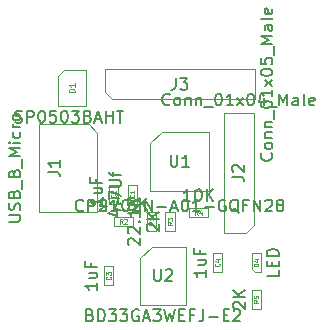
<source format=gbr>
G04 #@! TF.GenerationSoftware,KiCad,Pcbnew,(5.1.5)-2*
G04 #@! TF.CreationDate,2020-10-25T17:26:42-05:00*
G04 #@! TF.ProjectId,usbSerial,75736253-6572-4696-916c-2e6b69636164,rev?*
G04 #@! TF.SameCoordinates,Original*
G04 #@! TF.FileFunction,Other,Fab,Top*
%FSLAX46Y46*%
G04 Gerber Fmt 4.6, Leading zero omitted, Abs format (unit mm)*
G04 Created by KiCad (PCBNEW (5.1.5)-2) date 2020-10-25 17:26:42*
%MOMM*%
%LPD*%
G04 APERTURE LIST*
%ADD10C,0.100000*%
%ADD11C,0.120000*%
%ADD12C,0.150000*%
%ADD13C,0.060000*%
%ADD14C,0.075000*%
G04 APERTURE END LIST*
D10*
X60300000Y-74600000D02*
X60300000Y-73000000D01*
X61100000Y-74600000D02*
X60300000Y-74600000D01*
X61100000Y-73000000D02*
X61100000Y-74600000D01*
X60300000Y-73000000D02*
X61100000Y-73000000D01*
X57100000Y-72300000D02*
X57100000Y-70700000D01*
X57900000Y-72300000D02*
X57100000Y-72300000D01*
X57900000Y-70700000D02*
X57900000Y-72300000D01*
X57100000Y-70700000D02*
X57900000Y-70700000D01*
X58700000Y-70700000D02*
X59500000Y-70700000D01*
X59500000Y-70700000D02*
X59500000Y-72300000D01*
X59500000Y-72300000D02*
X58700000Y-72300000D01*
X58700000Y-72300000D02*
X58700000Y-70700000D01*
X56700000Y-77600000D02*
X57500000Y-77600000D01*
X57500000Y-77600000D02*
X57500000Y-79200000D01*
X57500000Y-79200000D02*
X56700000Y-79200000D01*
X56700000Y-79200000D02*
X56700000Y-77600000D01*
X65900000Y-78100000D02*
X65900000Y-76500000D01*
X66700000Y-78100000D02*
X65900000Y-78100000D01*
X66700000Y-76500000D02*
X66700000Y-78100000D01*
X65900000Y-76500000D02*
X66700000Y-76500000D01*
X69200000Y-76500000D02*
X69200000Y-77800000D01*
X69200000Y-77800000D02*
X69500000Y-78100000D01*
X69500000Y-78100000D02*
X70000000Y-78100000D01*
X70000000Y-78100000D02*
X70000000Y-76500000D01*
X70000000Y-76500000D02*
X69200000Y-76500000D01*
X68735000Y-74750000D02*
X66830000Y-74750000D01*
X66830000Y-74750000D02*
X66830000Y-64590000D01*
X66830000Y-64590000D02*
X69370000Y-64590000D01*
X69370000Y-64590000D02*
X69370000Y-74115000D01*
X69370000Y-74115000D02*
X68735000Y-74750000D01*
X56750000Y-62835000D02*
X56750000Y-60930000D01*
X56750000Y-60930000D02*
X69450000Y-60930000D01*
X69450000Y-60930000D02*
X69450000Y-63470000D01*
X69450000Y-63470000D02*
X57385000Y-63470000D01*
X57385000Y-63470000D02*
X56750000Y-62835000D01*
X59150000Y-73400000D02*
X59150000Y-74200000D01*
X59150000Y-74200000D02*
X57550000Y-74200000D01*
X57550000Y-74200000D02*
X57550000Y-73400000D01*
X57550000Y-73400000D02*
X59150000Y-73400000D01*
X61900000Y-73000000D02*
X62700000Y-73000000D01*
X62700000Y-73000000D02*
X62700000Y-74600000D01*
X62700000Y-74600000D02*
X61900000Y-74600000D01*
X61900000Y-74600000D02*
X61900000Y-73000000D01*
X63900000Y-72650000D02*
X65500000Y-72650000D01*
X63900000Y-73450000D02*
X63900000Y-72650000D01*
X65500000Y-73450000D02*
X63900000Y-73450000D01*
X65500000Y-72650000D02*
X65500000Y-73450000D01*
X69200000Y-79600000D02*
X70000000Y-79600000D01*
X70000000Y-79600000D02*
X70000000Y-81200000D01*
X70000000Y-81200000D02*
X69200000Y-81200000D01*
X69200000Y-81200000D02*
X69200000Y-79600000D01*
X61600000Y-66200000D02*
X65600000Y-66200000D01*
X65600000Y-66200000D02*
X65600000Y-71200000D01*
X65600000Y-71200000D02*
X60600000Y-71200000D01*
X60600000Y-71200000D02*
X60600000Y-67200000D01*
X60600000Y-67200000D02*
X61600000Y-66200000D01*
X60725000Y-75950000D02*
X63650000Y-75950000D01*
X63650000Y-75950000D02*
X63650000Y-80850000D01*
X63650000Y-80850000D02*
X59750000Y-80850000D01*
X59750000Y-80850000D02*
X59750000Y-76925000D01*
X59750000Y-76925000D02*
X60725000Y-75950000D01*
X52800000Y-61500000D02*
X53300000Y-61000000D01*
X53300000Y-61000000D02*
X55200000Y-61000000D01*
X52800000Y-64000000D02*
X52800000Y-61500000D01*
X55200000Y-64000000D02*
X52800000Y-64000000D01*
X55200000Y-61000000D02*
X55200000Y-64000000D01*
D11*
X55395000Y-65545000D02*
X56145000Y-66345000D01*
X51195000Y-73045000D02*
X51195000Y-65545000D01*
X56145000Y-73045000D02*
X51195000Y-73045000D01*
X56145000Y-66345000D02*
X56145000Y-73045000D01*
X51195000Y-65545000D02*
X55395000Y-65545000D01*
D12*
X58817619Y-75776190D02*
X58770000Y-75728571D01*
X58722380Y-75633333D01*
X58722380Y-75395238D01*
X58770000Y-75300000D01*
X58817619Y-75252380D01*
X58912857Y-75204761D01*
X59008095Y-75204761D01*
X59150952Y-75252380D01*
X59722380Y-75823809D01*
X59722380Y-75204761D01*
X58817619Y-74823809D02*
X58770000Y-74776190D01*
X58722380Y-74680952D01*
X58722380Y-74442857D01*
X58770000Y-74347619D01*
X58817619Y-74300000D01*
X58912857Y-74252380D01*
X59008095Y-74252380D01*
X59150952Y-74300000D01*
X59722380Y-74871428D01*
X59722380Y-74252380D01*
X59627142Y-73823809D02*
X59674761Y-73776190D01*
X59722380Y-73823809D01*
X59674761Y-73871428D01*
X59627142Y-73823809D01*
X59722380Y-73823809D01*
X59722380Y-72823809D02*
X59722380Y-73395238D01*
X59722380Y-73109523D02*
X58722380Y-73109523D01*
X58865238Y-73204761D01*
X58960476Y-73300000D01*
X59008095Y-73395238D01*
X59722380Y-72395238D02*
X58722380Y-72395238D01*
X59722380Y-71823809D02*
X59150952Y-72252380D01*
X58722380Y-71823809D02*
X59293809Y-72395238D01*
D13*
X60880952Y-73866666D02*
X60690476Y-74000000D01*
X60880952Y-74095238D02*
X60480952Y-74095238D01*
X60480952Y-73942857D01*
X60500000Y-73904761D01*
X60519047Y-73885714D01*
X60557142Y-73866666D01*
X60614285Y-73866666D01*
X60652380Y-73885714D01*
X60671428Y-73904761D01*
X60690476Y-73942857D01*
X60690476Y-74095238D01*
X60880952Y-73485714D02*
X60880952Y-73714285D01*
X60880952Y-73600000D02*
X60480952Y-73600000D01*
X60538095Y-73638095D01*
X60576190Y-73676190D01*
X60595238Y-73714285D01*
D12*
X56427142Y-72857142D02*
X56474761Y-72809523D01*
X56522380Y-72857142D01*
X56474761Y-72904761D01*
X56427142Y-72857142D01*
X56522380Y-72857142D01*
X56522380Y-71857142D02*
X56522380Y-72428571D01*
X56522380Y-72142857D02*
X55522380Y-72142857D01*
X55665238Y-72238095D01*
X55760476Y-72333333D01*
X55808095Y-72428571D01*
X55855714Y-71000000D02*
X56522380Y-71000000D01*
X55855714Y-71428571D02*
X56379523Y-71428571D01*
X56474761Y-71380952D01*
X56522380Y-71285714D01*
X56522380Y-71142857D01*
X56474761Y-71047619D01*
X56427142Y-71000000D01*
X55998571Y-70190476D02*
X55998571Y-70523809D01*
X56522380Y-70523809D02*
X55522380Y-70523809D01*
X55522380Y-70047619D01*
D13*
X57642857Y-71566666D02*
X57661904Y-71585714D01*
X57680952Y-71642857D01*
X57680952Y-71680952D01*
X57661904Y-71738095D01*
X57623809Y-71776190D01*
X57585714Y-71795238D01*
X57509523Y-71814285D01*
X57452380Y-71814285D01*
X57376190Y-71795238D01*
X57338095Y-71776190D01*
X57300000Y-71738095D01*
X57280952Y-71680952D01*
X57280952Y-71642857D01*
X57300000Y-71585714D01*
X57319047Y-71566666D01*
X57319047Y-71414285D02*
X57300000Y-71395238D01*
X57280952Y-71357142D01*
X57280952Y-71261904D01*
X57300000Y-71223809D01*
X57319047Y-71204761D01*
X57357142Y-71185714D01*
X57395238Y-71185714D01*
X57452380Y-71204761D01*
X57680952Y-71433333D01*
X57680952Y-71185714D01*
D12*
X57455714Y-72833333D02*
X58122380Y-72833333D01*
X57074761Y-73071428D02*
X57789047Y-73309523D01*
X57789047Y-72690476D01*
X58027142Y-72309523D02*
X58074761Y-72261904D01*
X58122380Y-72309523D01*
X58074761Y-72357142D01*
X58027142Y-72309523D01*
X58122380Y-72309523D01*
X57122380Y-71928571D02*
X57122380Y-71261904D01*
X58122380Y-71690476D01*
X57122380Y-70880952D02*
X57931904Y-70880952D01*
X58027142Y-70833333D01*
X58074761Y-70785714D01*
X58122380Y-70690476D01*
X58122380Y-70500000D01*
X58074761Y-70404761D01*
X58027142Y-70357142D01*
X57931904Y-70309523D01*
X57122380Y-70309523D01*
X57455714Y-69976190D02*
X57455714Y-69595238D01*
X58122380Y-69833333D02*
X57265238Y-69833333D01*
X57170000Y-69785714D01*
X57122380Y-69690476D01*
X57122380Y-69595238D01*
D13*
X59242857Y-71566666D02*
X59261904Y-71585714D01*
X59280952Y-71642857D01*
X59280952Y-71680952D01*
X59261904Y-71738095D01*
X59223809Y-71776190D01*
X59185714Y-71795238D01*
X59109523Y-71814285D01*
X59052380Y-71814285D01*
X58976190Y-71795238D01*
X58938095Y-71776190D01*
X58900000Y-71738095D01*
X58880952Y-71680952D01*
X58880952Y-71642857D01*
X58900000Y-71585714D01*
X58919047Y-71566666D01*
X59280952Y-71185714D02*
X59280952Y-71414285D01*
X59280952Y-71300000D02*
X58880952Y-71300000D01*
X58938095Y-71338095D01*
X58976190Y-71376190D01*
X58995238Y-71414285D01*
D12*
X56122380Y-78995238D02*
X56122380Y-79566666D01*
X56122380Y-79280952D02*
X55122380Y-79280952D01*
X55265238Y-79376190D01*
X55360476Y-79471428D01*
X55408095Y-79566666D01*
X55455714Y-78138095D02*
X56122380Y-78138095D01*
X55455714Y-78566666D02*
X55979523Y-78566666D01*
X56074761Y-78519047D01*
X56122380Y-78423809D01*
X56122380Y-78280952D01*
X56074761Y-78185714D01*
X56027142Y-78138095D01*
X55598571Y-77328571D02*
X55598571Y-77661904D01*
X56122380Y-77661904D02*
X55122380Y-77661904D01*
X55122380Y-77185714D01*
D13*
X57242857Y-78466666D02*
X57261904Y-78485714D01*
X57280952Y-78542857D01*
X57280952Y-78580952D01*
X57261904Y-78638095D01*
X57223809Y-78676190D01*
X57185714Y-78695238D01*
X57109523Y-78714285D01*
X57052380Y-78714285D01*
X56976190Y-78695238D01*
X56938095Y-78676190D01*
X56900000Y-78638095D01*
X56880952Y-78580952D01*
X56880952Y-78542857D01*
X56900000Y-78485714D01*
X56919047Y-78466666D01*
X56880952Y-78333333D02*
X56880952Y-78085714D01*
X57033333Y-78219047D01*
X57033333Y-78161904D01*
X57052380Y-78123809D01*
X57071428Y-78104761D01*
X57109523Y-78085714D01*
X57204761Y-78085714D01*
X57242857Y-78104761D01*
X57261904Y-78123809D01*
X57280952Y-78161904D01*
X57280952Y-78276190D01*
X57261904Y-78314285D01*
X57242857Y-78333333D01*
D12*
X65322380Y-77895238D02*
X65322380Y-78466666D01*
X65322380Y-78180952D02*
X64322380Y-78180952D01*
X64465238Y-78276190D01*
X64560476Y-78371428D01*
X64608095Y-78466666D01*
X64655714Y-77038095D02*
X65322380Y-77038095D01*
X64655714Y-77466666D02*
X65179523Y-77466666D01*
X65274761Y-77419047D01*
X65322380Y-77323809D01*
X65322380Y-77180952D01*
X65274761Y-77085714D01*
X65227142Y-77038095D01*
X64798571Y-76228571D02*
X64798571Y-76561904D01*
X65322380Y-76561904D02*
X64322380Y-76561904D01*
X64322380Y-76085714D01*
D13*
X66442857Y-77366666D02*
X66461904Y-77385714D01*
X66480952Y-77442857D01*
X66480952Y-77480952D01*
X66461904Y-77538095D01*
X66423809Y-77576190D01*
X66385714Y-77595238D01*
X66309523Y-77614285D01*
X66252380Y-77614285D01*
X66176190Y-77595238D01*
X66138095Y-77576190D01*
X66100000Y-77538095D01*
X66080952Y-77480952D01*
X66080952Y-77442857D01*
X66100000Y-77385714D01*
X66119047Y-77366666D01*
X66214285Y-77023809D02*
X66480952Y-77023809D01*
X66061904Y-77119047D02*
X66347619Y-77214285D01*
X66347619Y-76966666D01*
D12*
X71482380Y-77942857D02*
X71482380Y-78419047D01*
X70482380Y-78419047D01*
X70958571Y-77609523D02*
X70958571Y-77276190D01*
X71482380Y-77133333D02*
X71482380Y-77609523D01*
X70482380Y-77609523D01*
X70482380Y-77133333D01*
X71482380Y-76704761D02*
X70482380Y-76704761D01*
X70482380Y-76466666D01*
X70530000Y-76323809D01*
X70625238Y-76228571D01*
X70720476Y-76180952D01*
X70910952Y-76133333D01*
X71053809Y-76133333D01*
X71244285Y-76180952D01*
X71339523Y-76228571D01*
X71434761Y-76323809D01*
X71482380Y-76466666D01*
X71482380Y-76704761D01*
D13*
X69780952Y-77595238D02*
X69380952Y-77595238D01*
X69380952Y-77500000D01*
X69400000Y-77442857D01*
X69438095Y-77404761D01*
X69476190Y-77385714D01*
X69552380Y-77366666D01*
X69609523Y-77366666D01*
X69685714Y-77385714D01*
X69723809Y-77404761D01*
X69761904Y-77442857D01*
X69780952Y-77500000D01*
X69780952Y-77595238D01*
X69514285Y-77023809D02*
X69780952Y-77023809D01*
X69361904Y-77119047D02*
X69647619Y-77214285D01*
X69647619Y-76966666D01*
D12*
X62266666Y-63887142D02*
X62219047Y-63934761D01*
X62076190Y-63982380D01*
X61980952Y-63982380D01*
X61838095Y-63934761D01*
X61742857Y-63839523D01*
X61695238Y-63744285D01*
X61647619Y-63553809D01*
X61647619Y-63410952D01*
X61695238Y-63220476D01*
X61742857Y-63125238D01*
X61838095Y-63030000D01*
X61980952Y-62982380D01*
X62076190Y-62982380D01*
X62219047Y-63030000D01*
X62266666Y-63077619D01*
X62838095Y-63982380D02*
X62742857Y-63934761D01*
X62695238Y-63887142D01*
X62647619Y-63791904D01*
X62647619Y-63506190D01*
X62695238Y-63410952D01*
X62742857Y-63363333D01*
X62838095Y-63315714D01*
X62980952Y-63315714D01*
X63076190Y-63363333D01*
X63123809Y-63410952D01*
X63171428Y-63506190D01*
X63171428Y-63791904D01*
X63123809Y-63887142D01*
X63076190Y-63934761D01*
X62980952Y-63982380D01*
X62838095Y-63982380D01*
X63600000Y-63315714D02*
X63600000Y-63982380D01*
X63600000Y-63410952D02*
X63647619Y-63363333D01*
X63742857Y-63315714D01*
X63885714Y-63315714D01*
X63980952Y-63363333D01*
X64028571Y-63458571D01*
X64028571Y-63982380D01*
X64504761Y-63315714D02*
X64504761Y-63982380D01*
X64504761Y-63410952D02*
X64552380Y-63363333D01*
X64647619Y-63315714D01*
X64790476Y-63315714D01*
X64885714Y-63363333D01*
X64933333Y-63458571D01*
X64933333Y-63982380D01*
X65171428Y-64077619D02*
X65933333Y-64077619D01*
X66361904Y-62982380D02*
X66457142Y-62982380D01*
X66552380Y-63030000D01*
X66600000Y-63077619D01*
X66647619Y-63172857D01*
X66695238Y-63363333D01*
X66695238Y-63601428D01*
X66647619Y-63791904D01*
X66600000Y-63887142D01*
X66552380Y-63934761D01*
X66457142Y-63982380D01*
X66361904Y-63982380D01*
X66266666Y-63934761D01*
X66219047Y-63887142D01*
X66171428Y-63791904D01*
X66123809Y-63601428D01*
X66123809Y-63363333D01*
X66171428Y-63172857D01*
X66219047Y-63077619D01*
X66266666Y-63030000D01*
X66361904Y-62982380D01*
X67647619Y-63982380D02*
X67076190Y-63982380D01*
X67361904Y-63982380D02*
X67361904Y-62982380D01*
X67266666Y-63125238D01*
X67171428Y-63220476D01*
X67076190Y-63268095D01*
X67980952Y-63982380D02*
X68504761Y-63315714D01*
X67980952Y-63315714D02*
X68504761Y-63982380D01*
X69076190Y-62982380D02*
X69171428Y-62982380D01*
X69266666Y-63030000D01*
X69314285Y-63077619D01*
X69361904Y-63172857D01*
X69409523Y-63363333D01*
X69409523Y-63601428D01*
X69361904Y-63791904D01*
X69314285Y-63887142D01*
X69266666Y-63934761D01*
X69171428Y-63982380D01*
X69076190Y-63982380D01*
X68980952Y-63934761D01*
X68933333Y-63887142D01*
X68885714Y-63791904D01*
X68838095Y-63601428D01*
X68838095Y-63363333D01*
X68885714Y-63172857D01*
X68933333Y-63077619D01*
X68980952Y-63030000D01*
X69076190Y-62982380D01*
X70266666Y-63315714D02*
X70266666Y-63982380D01*
X70028571Y-62934761D02*
X69790476Y-63649047D01*
X70409523Y-63649047D01*
X70552380Y-64077619D02*
X71314285Y-64077619D01*
X71552380Y-63982380D02*
X71552380Y-62982380D01*
X71885714Y-63696666D01*
X72219047Y-62982380D01*
X72219047Y-63982380D01*
X73123809Y-63982380D02*
X73123809Y-63458571D01*
X73076190Y-63363333D01*
X72980952Y-63315714D01*
X72790476Y-63315714D01*
X72695238Y-63363333D01*
X73123809Y-63934761D02*
X73028571Y-63982380D01*
X72790476Y-63982380D01*
X72695238Y-63934761D01*
X72647619Y-63839523D01*
X72647619Y-63744285D01*
X72695238Y-63649047D01*
X72790476Y-63601428D01*
X73028571Y-63601428D01*
X73123809Y-63553809D01*
X73742857Y-63982380D02*
X73647619Y-63934761D01*
X73600000Y-63839523D01*
X73600000Y-62982380D01*
X74504761Y-63934761D02*
X74409523Y-63982380D01*
X74219047Y-63982380D01*
X74123809Y-63934761D01*
X74076190Y-63839523D01*
X74076190Y-63458571D01*
X74123809Y-63363333D01*
X74219047Y-63315714D01*
X74409523Y-63315714D01*
X74504761Y-63363333D01*
X74552380Y-63458571D01*
X74552380Y-63553809D01*
X74076190Y-63649047D01*
X67552380Y-70003333D02*
X68266666Y-70003333D01*
X68409523Y-70050952D01*
X68504761Y-70146190D01*
X68552380Y-70289047D01*
X68552380Y-70384285D01*
X67647619Y-69574761D02*
X67600000Y-69527142D01*
X67552380Y-69431904D01*
X67552380Y-69193809D01*
X67600000Y-69098571D01*
X67647619Y-69050952D01*
X67742857Y-69003333D01*
X67838095Y-69003333D01*
X67980952Y-69050952D01*
X68552380Y-69622380D01*
X68552380Y-69003333D01*
X70867142Y-68033333D02*
X70914761Y-68080952D01*
X70962380Y-68223809D01*
X70962380Y-68319047D01*
X70914761Y-68461904D01*
X70819523Y-68557142D01*
X70724285Y-68604761D01*
X70533809Y-68652380D01*
X70390952Y-68652380D01*
X70200476Y-68604761D01*
X70105238Y-68557142D01*
X70010000Y-68461904D01*
X69962380Y-68319047D01*
X69962380Y-68223809D01*
X70010000Y-68080952D01*
X70057619Y-68033333D01*
X70962380Y-67461904D02*
X70914761Y-67557142D01*
X70867142Y-67604761D01*
X70771904Y-67652380D01*
X70486190Y-67652380D01*
X70390952Y-67604761D01*
X70343333Y-67557142D01*
X70295714Y-67461904D01*
X70295714Y-67319047D01*
X70343333Y-67223809D01*
X70390952Y-67176190D01*
X70486190Y-67128571D01*
X70771904Y-67128571D01*
X70867142Y-67176190D01*
X70914761Y-67223809D01*
X70962380Y-67319047D01*
X70962380Y-67461904D01*
X70295714Y-66700000D02*
X70962380Y-66700000D01*
X70390952Y-66700000D02*
X70343333Y-66652380D01*
X70295714Y-66557142D01*
X70295714Y-66414285D01*
X70343333Y-66319047D01*
X70438571Y-66271428D01*
X70962380Y-66271428D01*
X70295714Y-65795238D02*
X70962380Y-65795238D01*
X70390952Y-65795238D02*
X70343333Y-65747619D01*
X70295714Y-65652380D01*
X70295714Y-65509523D01*
X70343333Y-65414285D01*
X70438571Y-65366666D01*
X70962380Y-65366666D01*
X71057619Y-65128571D02*
X71057619Y-64366666D01*
X69962380Y-63938095D02*
X69962380Y-63842857D01*
X70010000Y-63747619D01*
X70057619Y-63700000D01*
X70152857Y-63652380D01*
X70343333Y-63604761D01*
X70581428Y-63604761D01*
X70771904Y-63652380D01*
X70867142Y-63700000D01*
X70914761Y-63747619D01*
X70962380Y-63842857D01*
X70962380Y-63938095D01*
X70914761Y-64033333D01*
X70867142Y-64080952D01*
X70771904Y-64128571D01*
X70581428Y-64176190D01*
X70343333Y-64176190D01*
X70152857Y-64128571D01*
X70057619Y-64080952D01*
X70010000Y-64033333D01*
X69962380Y-63938095D01*
X70962380Y-62652380D02*
X70962380Y-63223809D01*
X70962380Y-62938095D02*
X69962380Y-62938095D01*
X70105238Y-63033333D01*
X70200476Y-63128571D01*
X70248095Y-63223809D01*
X70962380Y-62319047D02*
X70295714Y-61795238D01*
X70295714Y-62319047D02*
X70962380Y-61795238D01*
X69962380Y-61223809D02*
X69962380Y-61128571D01*
X70010000Y-61033333D01*
X70057619Y-60985714D01*
X70152857Y-60938095D01*
X70343333Y-60890476D01*
X70581428Y-60890476D01*
X70771904Y-60938095D01*
X70867142Y-60985714D01*
X70914761Y-61033333D01*
X70962380Y-61128571D01*
X70962380Y-61223809D01*
X70914761Y-61319047D01*
X70867142Y-61366666D01*
X70771904Y-61414285D01*
X70581428Y-61461904D01*
X70343333Y-61461904D01*
X70152857Y-61414285D01*
X70057619Y-61366666D01*
X70010000Y-61319047D01*
X69962380Y-61223809D01*
X69962380Y-59985714D02*
X69962380Y-60461904D01*
X70438571Y-60509523D01*
X70390952Y-60461904D01*
X70343333Y-60366666D01*
X70343333Y-60128571D01*
X70390952Y-60033333D01*
X70438571Y-59985714D01*
X70533809Y-59938095D01*
X70771904Y-59938095D01*
X70867142Y-59985714D01*
X70914761Y-60033333D01*
X70962380Y-60128571D01*
X70962380Y-60366666D01*
X70914761Y-60461904D01*
X70867142Y-60509523D01*
X71057619Y-59747619D02*
X71057619Y-58985714D01*
X70962380Y-58747619D02*
X69962380Y-58747619D01*
X70676666Y-58414285D01*
X69962380Y-58080952D01*
X70962380Y-58080952D01*
X70962380Y-57176190D02*
X70438571Y-57176190D01*
X70343333Y-57223809D01*
X70295714Y-57319047D01*
X70295714Y-57509523D01*
X70343333Y-57604761D01*
X70914761Y-57176190D02*
X70962380Y-57271428D01*
X70962380Y-57509523D01*
X70914761Y-57604761D01*
X70819523Y-57652380D01*
X70724285Y-57652380D01*
X70629047Y-57604761D01*
X70581428Y-57509523D01*
X70581428Y-57271428D01*
X70533809Y-57176190D01*
X70962380Y-56557142D02*
X70914761Y-56652380D01*
X70819523Y-56700000D01*
X69962380Y-56700000D01*
X70914761Y-55795238D02*
X70962380Y-55890476D01*
X70962380Y-56080952D01*
X70914761Y-56176190D01*
X70819523Y-56223809D01*
X70438571Y-56223809D01*
X70343333Y-56176190D01*
X70295714Y-56080952D01*
X70295714Y-55890476D01*
X70343333Y-55795238D01*
X70438571Y-55747619D01*
X70533809Y-55747619D01*
X70629047Y-56223809D01*
X62766666Y-61652380D02*
X62766666Y-62366666D01*
X62719047Y-62509523D01*
X62623809Y-62604761D01*
X62480952Y-62652380D01*
X62385714Y-62652380D01*
X63147619Y-61652380D02*
X63766666Y-61652380D01*
X63433333Y-62033333D01*
X63576190Y-62033333D01*
X63671428Y-62080952D01*
X63719047Y-62128571D01*
X63766666Y-62223809D01*
X63766666Y-62461904D01*
X63719047Y-62557142D01*
X63671428Y-62604761D01*
X63576190Y-62652380D01*
X63290476Y-62652380D01*
X63195238Y-62604761D01*
X63147619Y-62557142D01*
X56850000Y-72155714D02*
X56850000Y-72822380D01*
X56611904Y-71774761D02*
X56373809Y-72489047D01*
X56992857Y-72489047D01*
X57278571Y-71822380D02*
X57945238Y-71822380D01*
X57516666Y-72822380D01*
X58326190Y-72727142D02*
X58373809Y-72774761D01*
X58326190Y-72822380D01*
X58278571Y-72774761D01*
X58326190Y-72727142D01*
X58326190Y-72822380D01*
X59278571Y-71822380D02*
X58802380Y-71822380D01*
X58754761Y-72298571D01*
X58802380Y-72250952D01*
X58897619Y-72203333D01*
X59135714Y-72203333D01*
X59230952Y-72250952D01*
X59278571Y-72298571D01*
X59326190Y-72393809D01*
X59326190Y-72631904D01*
X59278571Y-72727142D01*
X59230952Y-72774761D01*
X59135714Y-72822380D01*
X58897619Y-72822380D01*
X58802380Y-72774761D01*
X58754761Y-72727142D01*
X59754761Y-72822380D02*
X59754761Y-71822380D01*
X60326190Y-72822380D02*
X59897619Y-72250952D01*
X60326190Y-71822380D02*
X59754761Y-72393809D01*
D13*
X58283333Y-73980952D02*
X58150000Y-73790476D01*
X58054761Y-73980952D02*
X58054761Y-73580952D01*
X58207142Y-73580952D01*
X58245238Y-73600000D01*
X58264285Y-73619047D01*
X58283333Y-73657142D01*
X58283333Y-73714285D01*
X58264285Y-73752380D01*
X58245238Y-73771428D01*
X58207142Y-73790476D01*
X58054761Y-73790476D01*
X58435714Y-73619047D02*
X58454761Y-73600000D01*
X58492857Y-73580952D01*
X58588095Y-73580952D01*
X58626190Y-73600000D01*
X58645238Y-73619047D01*
X58664285Y-73657142D01*
X58664285Y-73695238D01*
X58645238Y-73752380D01*
X58416666Y-73980952D01*
X58664285Y-73980952D01*
D12*
X60417619Y-74585714D02*
X60370000Y-74538095D01*
X60322380Y-74442857D01*
X60322380Y-74204761D01*
X60370000Y-74109523D01*
X60417619Y-74061904D01*
X60512857Y-74014285D01*
X60608095Y-74014285D01*
X60750952Y-74061904D01*
X61322380Y-74633333D01*
X61322380Y-74014285D01*
X61322380Y-73585714D02*
X60322380Y-73585714D01*
X61322380Y-73014285D02*
X60750952Y-73442857D01*
X60322380Y-73014285D02*
X60893809Y-73585714D01*
D13*
X62480952Y-73866666D02*
X62290476Y-74000000D01*
X62480952Y-74095238D02*
X62080952Y-74095238D01*
X62080952Y-73942857D01*
X62100000Y-73904761D01*
X62119047Y-73885714D01*
X62157142Y-73866666D01*
X62214285Y-73866666D01*
X62252380Y-73885714D01*
X62271428Y-73904761D01*
X62290476Y-73942857D01*
X62290476Y-74095238D01*
X62080952Y-73733333D02*
X62080952Y-73485714D01*
X62233333Y-73619047D01*
X62233333Y-73561904D01*
X62252380Y-73523809D01*
X62271428Y-73504761D01*
X62309523Y-73485714D01*
X62404761Y-73485714D01*
X62442857Y-73504761D01*
X62461904Y-73523809D01*
X62480952Y-73561904D01*
X62480952Y-73676190D01*
X62461904Y-73714285D01*
X62442857Y-73733333D01*
D12*
X64009523Y-72072380D02*
X63438095Y-72072380D01*
X63723809Y-72072380D02*
X63723809Y-71072380D01*
X63628571Y-71215238D01*
X63533333Y-71310476D01*
X63438095Y-71358095D01*
X64628571Y-71072380D02*
X64723809Y-71072380D01*
X64819047Y-71120000D01*
X64866666Y-71167619D01*
X64914285Y-71262857D01*
X64961904Y-71453333D01*
X64961904Y-71691428D01*
X64914285Y-71881904D01*
X64866666Y-71977142D01*
X64819047Y-72024761D01*
X64723809Y-72072380D01*
X64628571Y-72072380D01*
X64533333Y-72024761D01*
X64485714Y-71977142D01*
X64438095Y-71881904D01*
X64390476Y-71691428D01*
X64390476Y-71453333D01*
X64438095Y-71262857D01*
X64485714Y-71167619D01*
X64533333Y-71120000D01*
X64628571Y-71072380D01*
X65390476Y-72072380D02*
X65390476Y-71072380D01*
X65961904Y-72072380D02*
X65533333Y-71500952D01*
X65961904Y-71072380D02*
X65390476Y-71643809D01*
D13*
X64633333Y-73230952D02*
X64500000Y-73040476D01*
X64404761Y-73230952D02*
X64404761Y-72830952D01*
X64557142Y-72830952D01*
X64595238Y-72850000D01*
X64614285Y-72869047D01*
X64633333Y-72907142D01*
X64633333Y-72964285D01*
X64614285Y-73002380D01*
X64595238Y-73021428D01*
X64557142Y-73040476D01*
X64404761Y-73040476D01*
X64976190Y-72964285D02*
X64976190Y-73230952D01*
X64880952Y-72811904D02*
X64785714Y-73097619D01*
X65033333Y-73097619D01*
D12*
X67717619Y-81185714D02*
X67670000Y-81138095D01*
X67622380Y-81042857D01*
X67622380Y-80804761D01*
X67670000Y-80709523D01*
X67717619Y-80661904D01*
X67812857Y-80614285D01*
X67908095Y-80614285D01*
X68050952Y-80661904D01*
X68622380Y-81233333D01*
X68622380Y-80614285D01*
X68622380Y-80185714D02*
X67622380Y-80185714D01*
X68622380Y-79614285D02*
X68050952Y-80042857D01*
X67622380Y-79614285D02*
X68193809Y-80185714D01*
D13*
X69780952Y-80466666D02*
X69590476Y-80600000D01*
X69780952Y-80695238D02*
X69380952Y-80695238D01*
X69380952Y-80542857D01*
X69400000Y-80504761D01*
X69419047Y-80485714D01*
X69457142Y-80466666D01*
X69514285Y-80466666D01*
X69552380Y-80485714D01*
X69571428Y-80504761D01*
X69590476Y-80542857D01*
X69590476Y-80695238D01*
X69380952Y-80104761D02*
X69380952Y-80295238D01*
X69571428Y-80314285D01*
X69552380Y-80295238D01*
X69533333Y-80257142D01*
X69533333Y-80161904D01*
X69552380Y-80123809D01*
X69571428Y-80104761D01*
X69609523Y-80085714D01*
X69704761Y-80085714D01*
X69742857Y-80104761D01*
X69761904Y-80123809D01*
X69780952Y-80161904D01*
X69780952Y-80257142D01*
X69761904Y-80295238D01*
X69742857Y-80314285D01*
D12*
X54933333Y-72857142D02*
X54885714Y-72904761D01*
X54742857Y-72952380D01*
X54647619Y-72952380D01*
X54504761Y-72904761D01*
X54409523Y-72809523D01*
X54361904Y-72714285D01*
X54314285Y-72523809D01*
X54314285Y-72380952D01*
X54361904Y-72190476D01*
X54409523Y-72095238D01*
X54504761Y-72000000D01*
X54647619Y-71952380D01*
X54742857Y-71952380D01*
X54885714Y-72000000D01*
X54933333Y-72047619D01*
X55361904Y-72952380D02*
X55361904Y-71952380D01*
X55742857Y-71952380D01*
X55838095Y-72000000D01*
X55885714Y-72047619D01*
X55933333Y-72142857D01*
X55933333Y-72285714D01*
X55885714Y-72380952D01*
X55838095Y-72428571D01*
X55742857Y-72476190D01*
X55361904Y-72476190D01*
X56314285Y-72047619D02*
X56361904Y-72000000D01*
X56457142Y-71952380D01*
X56695238Y-71952380D01*
X56790476Y-72000000D01*
X56838095Y-72047619D01*
X56885714Y-72142857D01*
X56885714Y-72238095D01*
X56838095Y-72380952D01*
X56266666Y-72952380D01*
X56885714Y-72952380D01*
X57838095Y-72952380D02*
X57266666Y-72952380D01*
X57552380Y-72952380D02*
X57552380Y-71952380D01*
X57457142Y-72095238D01*
X57361904Y-72190476D01*
X57266666Y-72238095D01*
X58457142Y-71952380D02*
X58552380Y-71952380D01*
X58647619Y-72000000D01*
X58695238Y-72047619D01*
X58742857Y-72142857D01*
X58790476Y-72333333D01*
X58790476Y-72571428D01*
X58742857Y-72761904D01*
X58695238Y-72857142D01*
X58647619Y-72904761D01*
X58552380Y-72952380D01*
X58457142Y-72952380D01*
X58361904Y-72904761D01*
X58314285Y-72857142D01*
X58266666Y-72761904D01*
X58219047Y-72571428D01*
X58219047Y-72333333D01*
X58266666Y-72142857D01*
X58314285Y-72047619D01*
X58361904Y-72000000D01*
X58457142Y-71952380D01*
X59171428Y-72047619D02*
X59219047Y-72000000D01*
X59314285Y-71952380D01*
X59552380Y-71952380D01*
X59647619Y-72000000D01*
X59695238Y-72047619D01*
X59742857Y-72142857D01*
X59742857Y-72238095D01*
X59695238Y-72380952D01*
X59123809Y-72952380D01*
X59742857Y-72952380D01*
X60171428Y-72952380D02*
X60171428Y-71952380D01*
X60742857Y-72952380D01*
X60742857Y-71952380D01*
X61219047Y-72571428D02*
X61980952Y-72571428D01*
X62409523Y-72666666D02*
X62885714Y-72666666D01*
X62314285Y-72952380D02*
X62647619Y-71952380D01*
X62980952Y-72952380D01*
X63504761Y-71952380D02*
X63600000Y-71952380D01*
X63695238Y-72000000D01*
X63742857Y-72047619D01*
X63790476Y-72142857D01*
X63838095Y-72333333D01*
X63838095Y-72571428D01*
X63790476Y-72761904D01*
X63742857Y-72857142D01*
X63695238Y-72904761D01*
X63600000Y-72952380D01*
X63504761Y-72952380D01*
X63409523Y-72904761D01*
X63361904Y-72857142D01*
X63314285Y-72761904D01*
X63266666Y-72571428D01*
X63266666Y-72333333D01*
X63314285Y-72142857D01*
X63361904Y-72047619D01*
X63409523Y-72000000D01*
X63504761Y-71952380D01*
X64790476Y-72952380D02*
X64219047Y-72952380D01*
X64504761Y-72952380D02*
X64504761Y-71952380D01*
X64409523Y-72095238D01*
X64314285Y-72190476D01*
X64219047Y-72238095D01*
X65219047Y-72571428D02*
X65980952Y-72571428D01*
X66980952Y-72000000D02*
X66885714Y-71952380D01*
X66742857Y-71952380D01*
X66600000Y-72000000D01*
X66504761Y-72095238D01*
X66457142Y-72190476D01*
X66409523Y-72380952D01*
X66409523Y-72523809D01*
X66457142Y-72714285D01*
X66504761Y-72809523D01*
X66600000Y-72904761D01*
X66742857Y-72952380D01*
X66838095Y-72952380D01*
X66980952Y-72904761D01*
X67028571Y-72857142D01*
X67028571Y-72523809D01*
X66838095Y-72523809D01*
X68123809Y-73047619D02*
X68028571Y-73000000D01*
X67933333Y-72904761D01*
X67790476Y-72761904D01*
X67695238Y-72714285D01*
X67600000Y-72714285D01*
X67647619Y-72952380D02*
X67552380Y-72904761D01*
X67457142Y-72809523D01*
X67409523Y-72619047D01*
X67409523Y-72285714D01*
X67457142Y-72095238D01*
X67552380Y-72000000D01*
X67647619Y-71952380D01*
X67838095Y-71952380D01*
X67933333Y-72000000D01*
X68028571Y-72095238D01*
X68076190Y-72285714D01*
X68076190Y-72619047D01*
X68028571Y-72809523D01*
X67933333Y-72904761D01*
X67838095Y-72952380D01*
X67647619Y-72952380D01*
X68838095Y-72428571D02*
X68504761Y-72428571D01*
X68504761Y-72952380D02*
X68504761Y-71952380D01*
X68980952Y-71952380D01*
X69361904Y-72952380D02*
X69361904Y-71952380D01*
X69933333Y-72952380D01*
X69933333Y-71952380D01*
X70361904Y-72047619D02*
X70409523Y-72000000D01*
X70504761Y-71952380D01*
X70742857Y-71952380D01*
X70838095Y-72000000D01*
X70885714Y-72047619D01*
X70933333Y-72142857D01*
X70933333Y-72238095D01*
X70885714Y-72380952D01*
X70314285Y-72952380D01*
X70933333Y-72952380D01*
X71504761Y-72380952D02*
X71409523Y-72333333D01*
X71361904Y-72285714D01*
X71314285Y-72190476D01*
X71314285Y-72142857D01*
X71361904Y-72047619D01*
X71409523Y-72000000D01*
X71504761Y-71952380D01*
X71695238Y-71952380D01*
X71790476Y-72000000D01*
X71838095Y-72047619D01*
X71885714Y-72142857D01*
X71885714Y-72190476D01*
X71838095Y-72285714D01*
X71790476Y-72333333D01*
X71695238Y-72380952D01*
X71504761Y-72380952D01*
X71409523Y-72428571D01*
X71361904Y-72476190D01*
X71314285Y-72571428D01*
X71314285Y-72761904D01*
X71361904Y-72857142D01*
X71409523Y-72904761D01*
X71504761Y-72952380D01*
X71695238Y-72952380D01*
X71790476Y-72904761D01*
X71838095Y-72857142D01*
X71885714Y-72761904D01*
X71885714Y-72571428D01*
X71838095Y-72476190D01*
X71790476Y-72428571D01*
X71695238Y-72380952D01*
X62338095Y-68152380D02*
X62338095Y-68961904D01*
X62385714Y-69057142D01*
X62433333Y-69104761D01*
X62528571Y-69152380D01*
X62719047Y-69152380D01*
X62814285Y-69104761D01*
X62861904Y-69057142D01*
X62909523Y-68961904D01*
X62909523Y-68152380D01*
X63909523Y-69152380D02*
X63338095Y-69152380D01*
X63623809Y-69152380D02*
X63623809Y-68152380D01*
X63528571Y-68295238D01*
X63433333Y-68390476D01*
X63338095Y-68438095D01*
X55533333Y-81728571D02*
X55676190Y-81776190D01*
X55723809Y-81823809D01*
X55771428Y-81919047D01*
X55771428Y-82061904D01*
X55723809Y-82157142D01*
X55676190Y-82204761D01*
X55580952Y-82252380D01*
X55200000Y-82252380D01*
X55200000Y-81252380D01*
X55533333Y-81252380D01*
X55628571Y-81300000D01*
X55676190Y-81347619D01*
X55723809Y-81442857D01*
X55723809Y-81538095D01*
X55676190Y-81633333D01*
X55628571Y-81680952D01*
X55533333Y-81728571D01*
X55200000Y-81728571D01*
X56200000Y-82252380D02*
X56200000Y-81252380D01*
X56438095Y-81252380D01*
X56580952Y-81300000D01*
X56676190Y-81395238D01*
X56723809Y-81490476D01*
X56771428Y-81680952D01*
X56771428Y-81823809D01*
X56723809Y-82014285D01*
X56676190Y-82109523D01*
X56580952Y-82204761D01*
X56438095Y-82252380D01*
X56200000Y-82252380D01*
X57104761Y-81252380D02*
X57723809Y-81252380D01*
X57390476Y-81633333D01*
X57533333Y-81633333D01*
X57628571Y-81680952D01*
X57676190Y-81728571D01*
X57723809Y-81823809D01*
X57723809Y-82061904D01*
X57676190Y-82157142D01*
X57628571Y-82204761D01*
X57533333Y-82252380D01*
X57247619Y-82252380D01*
X57152380Y-82204761D01*
X57104761Y-82157142D01*
X58057142Y-81252380D02*
X58676190Y-81252380D01*
X58342857Y-81633333D01*
X58485714Y-81633333D01*
X58580952Y-81680952D01*
X58628571Y-81728571D01*
X58676190Y-81823809D01*
X58676190Y-82061904D01*
X58628571Y-82157142D01*
X58580952Y-82204761D01*
X58485714Y-82252380D01*
X58200000Y-82252380D01*
X58104761Y-82204761D01*
X58057142Y-82157142D01*
X59628571Y-81300000D02*
X59533333Y-81252380D01*
X59390476Y-81252380D01*
X59247619Y-81300000D01*
X59152380Y-81395238D01*
X59104761Y-81490476D01*
X59057142Y-81680952D01*
X59057142Y-81823809D01*
X59104761Y-82014285D01*
X59152380Y-82109523D01*
X59247619Y-82204761D01*
X59390476Y-82252380D01*
X59485714Y-82252380D01*
X59628571Y-82204761D01*
X59676190Y-82157142D01*
X59676190Y-81823809D01*
X59485714Y-81823809D01*
X60057142Y-81966666D02*
X60533333Y-81966666D01*
X59961904Y-82252380D02*
X60295238Y-81252380D01*
X60628571Y-82252380D01*
X60866666Y-81252380D02*
X61485714Y-81252380D01*
X61152380Y-81633333D01*
X61295238Y-81633333D01*
X61390476Y-81680952D01*
X61438095Y-81728571D01*
X61485714Y-81823809D01*
X61485714Y-82061904D01*
X61438095Y-82157142D01*
X61390476Y-82204761D01*
X61295238Y-82252380D01*
X61009523Y-82252380D01*
X60914285Y-82204761D01*
X60866666Y-82157142D01*
X61819047Y-81252380D02*
X62057142Y-82252380D01*
X62247619Y-81538095D01*
X62438095Y-82252380D01*
X62676190Y-81252380D01*
X63057142Y-81728571D02*
X63390476Y-81728571D01*
X63533333Y-82252380D02*
X63057142Y-82252380D01*
X63057142Y-81252380D01*
X63533333Y-81252380D01*
X64295238Y-81728571D02*
X63961904Y-81728571D01*
X63961904Y-82252380D02*
X63961904Y-81252380D01*
X64438095Y-81252380D01*
X65104761Y-81252380D02*
X65104761Y-81966666D01*
X65057142Y-82109523D01*
X64961904Y-82204761D01*
X64819047Y-82252380D01*
X64723809Y-82252380D01*
X65580952Y-81871428D02*
X66342857Y-81871428D01*
X66819047Y-81728571D02*
X67152380Y-81728571D01*
X67295238Y-82252380D02*
X66819047Y-82252380D01*
X66819047Y-81252380D01*
X67295238Y-81252380D01*
X67676190Y-81347619D02*
X67723809Y-81300000D01*
X67819047Y-81252380D01*
X68057142Y-81252380D01*
X68152380Y-81300000D01*
X68200000Y-81347619D01*
X68247619Y-81442857D01*
X68247619Y-81538095D01*
X68200000Y-81680952D01*
X67628571Y-82252380D01*
X68247619Y-82252380D01*
X60953333Y-77863333D02*
X60953333Y-78656666D01*
X61000000Y-78750000D01*
X61046666Y-78796666D01*
X61140000Y-78843333D01*
X61326666Y-78843333D01*
X61420000Y-78796666D01*
X61466666Y-78750000D01*
X61513333Y-78656666D01*
X61513333Y-77863333D01*
X61933333Y-77956666D02*
X61980000Y-77910000D01*
X62073333Y-77863333D01*
X62306666Y-77863333D01*
X62400000Y-77910000D01*
X62446666Y-77956666D01*
X62493333Y-78050000D01*
X62493333Y-78143333D01*
X62446666Y-78283333D01*
X61886666Y-78843333D01*
X62493333Y-78843333D01*
X49196190Y-65384761D02*
X49339047Y-65432380D01*
X49577142Y-65432380D01*
X49672380Y-65384761D01*
X49720000Y-65337142D01*
X49767619Y-65241904D01*
X49767619Y-65146666D01*
X49720000Y-65051428D01*
X49672380Y-65003809D01*
X49577142Y-64956190D01*
X49386666Y-64908571D01*
X49291428Y-64860952D01*
X49243809Y-64813333D01*
X49196190Y-64718095D01*
X49196190Y-64622857D01*
X49243809Y-64527619D01*
X49291428Y-64480000D01*
X49386666Y-64432380D01*
X49624761Y-64432380D01*
X49767619Y-64480000D01*
X50196190Y-65432380D02*
X50196190Y-64432380D01*
X50577142Y-64432380D01*
X50672380Y-64480000D01*
X50720000Y-64527619D01*
X50767619Y-64622857D01*
X50767619Y-64765714D01*
X50720000Y-64860952D01*
X50672380Y-64908571D01*
X50577142Y-64956190D01*
X50196190Y-64956190D01*
X51386666Y-64432380D02*
X51481904Y-64432380D01*
X51577142Y-64480000D01*
X51624761Y-64527619D01*
X51672380Y-64622857D01*
X51720000Y-64813333D01*
X51720000Y-65051428D01*
X51672380Y-65241904D01*
X51624761Y-65337142D01*
X51577142Y-65384761D01*
X51481904Y-65432380D01*
X51386666Y-65432380D01*
X51291428Y-65384761D01*
X51243809Y-65337142D01*
X51196190Y-65241904D01*
X51148571Y-65051428D01*
X51148571Y-64813333D01*
X51196190Y-64622857D01*
X51243809Y-64527619D01*
X51291428Y-64480000D01*
X51386666Y-64432380D01*
X52624761Y-64432380D02*
X52148571Y-64432380D01*
X52100952Y-64908571D01*
X52148571Y-64860952D01*
X52243809Y-64813333D01*
X52481904Y-64813333D01*
X52577142Y-64860952D01*
X52624761Y-64908571D01*
X52672380Y-65003809D01*
X52672380Y-65241904D01*
X52624761Y-65337142D01*
X52577142Y-65384761D01*
X52481904Y-65432380D01*
X52243809Y-65432380D01*
X52148571Y-65384761D01*
X52100952Y-65337142D01*
X53291428Y-64432380D02*
X53386666Y-64432380D01*
X53481904Y-64480000D01*
X53529523Y-64527619D01*
X53577142Y-64622857D01*
X53624761Y-64813333D01*
X53624761Y-65051428D01*
X53577142Y-65241904D01*
X53529523Y-65337142D01*
X53481904Y-65384761D01*
X53386666Y-65432380D01*
X53291428Y-65432380D01*
X53196190Y-65384761D01*
X53148571Y-65337142D01*
X53100952Y-65241904D01*
X53053333Y-65051428D01*
X53053333Y-64813333D01*
X53100952Y-64622857D01*
X53148571Y-64527619D01*
X53196190Y-64480000D01*
X53291428Y-64432380D01*
X53958095Y-64432380D02*
X54577142Y-64432380D01*
X54243809Y-64813333D01*
X54386666Y-64813333D01*
X54481904Y-64860952D01*
X54529523Y-64908571D01*
X54577142Y-65003809D01*
X54577142Y-65241904D01*
X54529523Y-65337142D01*
X54481904Y-65384761D01*
X54386666Y-65432380D01*
X54100952Y-65432380D01*
X54005714Y-65384761D01*
X53958095Y-65337142D01*
X55339047Y-64908571D02*
X55481904Y-64956190D01*
X55529523Y-65003809D01*
X55577142Y-65099047D01*
X55577142Y-65241904D01*
X55529523Y-65337142D01*
X55481904Y-65384761D01*
X55386666Y-65432380D01*
X55005714Y-65432380D01*
X55005714Y-64432380D01*
X55339047Y-64432380D01*
X55434285Y-64480000D01*
X55481904Y-64527619D01*
X55529523Y-64622857D01*
X55529523Y-64718095D01*
X55481904Y-64813333D01*
X55434285Y-64860952D01*
X55339047Y-64908571D01*
X55005714Y-64908571D01*
X55958095Y-65146666D02*
X56434285Y-65146666D01*
X55862857Y-65432380D02*
X56196190Y-64432380D01*
X56529523Y-65432380D01*
X56862857Y-65432380D02*
X56862857Y-64432380D01*
X56862857Y-64908571D02*
X57434285Y-64908571D01*
X57434285Y-65432380D02*
X57434285Y-64432380D01*
X57767619Y-64432380D02*
X58339047Y-64432380D01*
X58053333Y-65432380D02*
X58053333Y-64432380D01*
D14*
X54226190Y-62869047D02*
X53726190Y-62869047D01*
X53726190Y-62750000D01*
X53750000Y-62678571D01*
X53797619Y-62630952D01*
X53845238Y-62607142D01*
X53940476Y-62583333D01*
X54011904Y-62583333D01*
X54107142Y-62607142D01*
X54154761Y-62630952D01*
X54202380Y-62678571D01*
X54226190Y-62750000D01*
X54226190Y-62869047D01*
X54226190Y-62107142D02*
X54226190Y-62392857D01*
X54226190Y-62250000D02*
X53726190Y-62250000D01*
X53797619Y-62297619D01*
X53845238Y-62345238D01*
X53869047Y-62392857D01*
D12*
X48622380Y-73813809D02*
X49431904Y-73813809D01*
X49527142Y-73766190D01*
X49574761Y-73718571D01*
X49622380Y-73623333D01*
X49622380Y-73432857D01*
X49574761Y-73337619D01*
X49527142Y-73290000D01*
X49431904Y-73242380D01*
X48622380Y-73242380D01*
X49574761Y-72813809D02*
X49622380Y-72670952D01*
X49622380Y-72432857D01*
X49574761Y-72337619D01*
X49527142Y-72290000D01*
X49431904Y-72242380D01*
X49336666Y-72242380D01*
X49241428Y-72290000D01*
X49193809Y-72337619D01*
X49146190Y-72432857D01*
X49098571Y-72623333D01*
X49050952Y-72718571D01*
X49003333Y-72766190D01*
X48908095Y-72813809D01*
X48812857Y-72813809D01*
X48717619Y-72766190D01*
X48670000Y-72718571D01*
X48622380Y-72623333D01*
X48622380Y-72385238D01*
X48670000Y-72242380D01*
X49098571Y-71480476D02*
X49146190Y-71337619D01*
X49193809Y-71290000D01*
X49289047Y-71242380D01*
X49431904Y-71242380D01*
X49527142Y-71290000D01*
X49574761Y-71337619D01*
X49622380Y-71432857D01*
X49622380Y-71813809D01*
X48622380Y-71813809D01*
X48622380Y-71480476D01*
X48670000Y-71385238D01*
X48717619Y-71337619D01*
X48812857Y-71290000D01*
X48908095Y-71290000D01*
X49003333Y-71337619D01*
X49050952Y-71385238D01*
X49098571Y-71480476D01*
X49098571Y-71813809D01*
X49717619Y-71051904D02*
X49717619Y-70290000D01*
X49098571Y-69718571D02*
X49146190Y-69575714D01*
X49193809Y-69528095D01*
X49289047Y-69480476D01*
X49431904Y-69480476D01*
X49527142Y-69528095D01*
X49574761Y-69575714D01*
X49622380Y-69670952D01*
X49622380Y-70051904D01*
X48622380Y-70051904D01*
X48622380Y-69718571D01*
X48670000Y-69623333D01*
X48717619Y-69575714D01*
X48812857Y-69528095D01*
X48908095Y-69528095D01*
X49003333Y-69575714D01*
X49050952Y-69623333D01*
X49098571Y-69718571D01*
X49098571Y-70051904D01*
X49717619Y-69290000D02*
X49717619Y-68528095D01*
X49622380Y-68290000D02*
X48622380Y-68290000D01*
X49336666Y-67956666D01*
X48622380Y-67623333D01*
X49622380Y-67623333D01*
X49622380Y-67147142D02*
X48955714Y-67147142D01*
X48622380Y-67147142D02*
X48670000Y-67194761D01*
X48717619Y-67147142D01*
X48670000Y-67099523D01*
X48622380Y-67147142D01*
X48717619Y-67147142D01*
X49574761Y-66242380D02*
X49622380Y-66337619D01*
X49622380Y-66528095D01*
X49574761Y-66623333D01*
X49527142Y-66670952D01*
X49431904Y-66718571D01*
X49146190Y-66718571D01*
X49050952Y-66670952D01*
X49003333Y-66623333D01*
X48955714Y-66528095D01*
X48955714Y-66337619D01*
X49003333Y-66242380D01*
X49622380Y-65813809D02*
X48955714Y-65813809D01*
X49146190Y-65813809D02*
X49050952Y-65766190D01*
X49003333Y-65718571D01*
X48955714Y-65623333D01*
X48955714Y-65528095D01*
X49622380Y-65051904D02*
X49574761Y-65147142D01*
X49527142Y-65194761D01*
X49431904Y-65242380D01*
X49146190Y-65242380D01*
X49050952Y-65194761D01*
X49003333Y-65147142D01*
X48955714Y-65051904D01*
X48955714Y-64909047D01*
X49003333Y-64813809D01*
X49050952Y-64766190D01*
X49146190Y-64718571D01*
X49431904Y-64718571D01*
X49527142Y-64766190D01*
X49574761Y-64813809D01*
X49622380Y-64909047D01*
X49622380Y-65051904D01*
X51967380Y-69608333D02*
X52681666Y-69608333D01*
X52824523Y-69655952D01*
X52919761Y-69751190D01*
X52967380Y-69894047D01*
X52967380Y-69989285D01*
X52967380Y-68608333D02*
X52967380Y-69179761D01*
X52967380Y-68894047D02*
X51967380Y-68894047D01*
X52110238Y-68989285D01*
X52205476Y-69084523D01*
X52253095Y-69179761D01*
M02*

</source>
